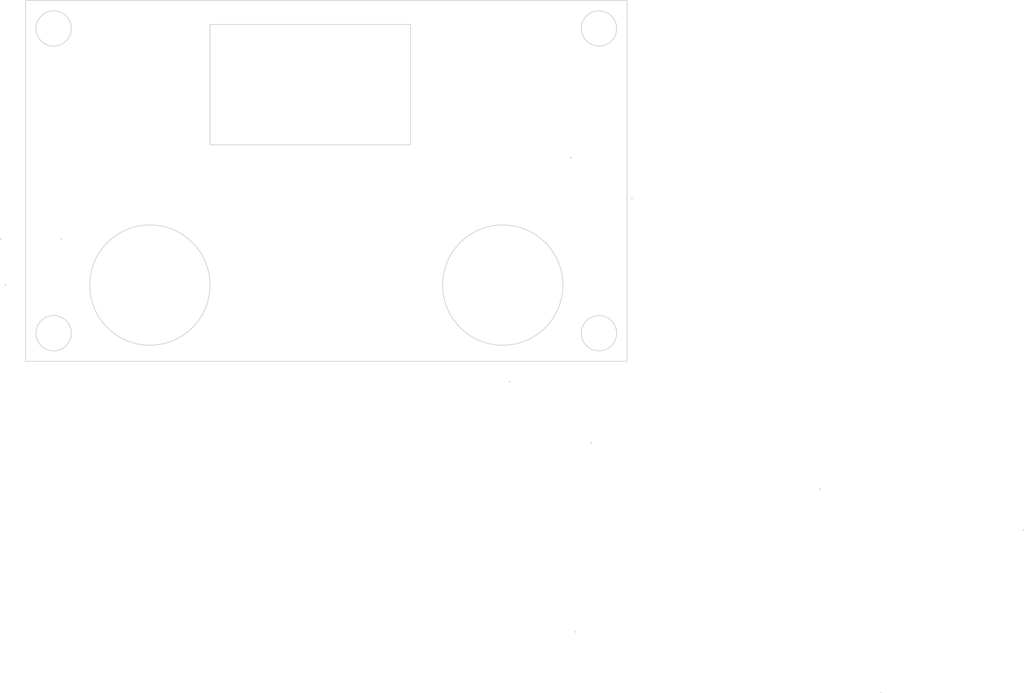
<source format=kicad_pcb>
(kicad_pcb (version 20221018) (generator pcbnew)

  (general
    (thickness 1.6)
  )

  (paper "A4")
  (layers
    (0 "F.Cu" signal)
    (31 "B.Cu" signal)
    (32 "B.Adhes" user "B.Adhesive")
    (33 "F.Adhes" user "F.Adhesive")
    (34 "B.Paste" user)
    (35 "F.Paste" user)
    (36 "B.SilkS" user "B.Silkscreen")
    (37 "F.SilkS" user "F.Silkscreen")
    (38 "B.Mask" user)
    (39 "F.Mask" user)
    (40 "Dwgs.User" user "User.Drawings")
    (41 "Cmts.User" user "User.Comments")
    (42 "Eco1.User" user "User.Eco1")
    (43 "Eco2.User" user "User.Eco2")
    (44 "Edge.Cuts" user)
    (45 "Margin" user)
    (46 "B.CrtYd" user "B.Courtyard")
    (47 "F.CrtYd" user "F.Courtyard")
    (48 "B.Fab" user)
    (49 "F.Fab" user)
    (50 "User.1" user)
    (51 "User.2" user)
    (52 "User.3" user)
    (53 "User.4" user)
    (54 "User.5" user)
    (55 "User.6" user)
    (56 "User.7" user)
    (57 "User.8" user)
    (58 "User.9" user)
  )

  (setup
    (pad_to_mask_clearance 0)
    (pcbplotparams
      (layerselection 0x00010fc_ffffffff)
      (plot_on_all_layers_selection 0x0000000_00000000)
      (disableapertmacros false)
      (usegerberextensions false)
      (usegerberattributes true)
      (usegerberadvancedattributes true)
      (creategerberjobfile true)
      (dashed_line_dash_ratio 12.000000)
      (dashed_line_gap_ratio 3.000000)
      (svgprecision 4)
      (plotframeref false)
      (viasonmask false)
      (mode 1)
      (useauxorigin false)
      (hpglpennumber 1)
      (hpglpenspeed 20)
      (hpglpendiameter 15.000000)
      (dxfpolygonmode true)
      (dxfimperialunits true)
      (dxfusepcbnewfont true)
      (psnegative false)
      (psa4output false)
      (plotreference true)
      (plotvalue true)
      (plotinvisibletext false)
      (sketchpadsonfab false)
      (subtractmaskfromsilk false)
      (outputformat 1)
      (mirror false)
      (drillshape 1)
      (scaleselection 1)
      (outputdirectory "")
    )
  )

  (net 0 "")

  (gr_circle (center 216.5 130.26) (end 216.5 130.26)
    (stroke (width 0.1) (type default)) (fill none) (layer "Edge.Cuts") (tstamp 028ec518-9f1b-42a8-b726-4e4ddf190baf))
  (gr_circle (center 95.54 105.72) (end 97.74 105.72)
    (stroke (width 0.1) (type default)) (fill none) (layer "Edge.Cuts") (tstamp 126240e3-e172-446a-964d-84f2c78afe7b))
  (gr_circle (center 88.9 93.98) (end 88.9 93.98)
    (stroke (width 0.1) (type default)) (fill none) (layer "Edge.Cuts") (tstamp 1d58eda3-9454-425c-83c3-8af5be9bc9e4))
  (gr_circle (center 162.56 119.38) (end 162.56 119.38)
    (stroke (width 0.1) (type default)) (fill none) (layer "Edge.Cuts") (tstamp 20eda330-f90a-477c-b4a1-59eb98a06fce))
  (gr_circle (center 152.4 111.76) (end 152.4 111.76)
    (stroke (width 0.1) (type default)) (fill none) (layer "Edge.Cuts") (tstamp 32a71350-720e-4804-8951-5aa070cedecf))
  (gr_rect (start 92.04 64.22) (end 167.04 109.22)
    (stroke (width 0.1) (type default)) (fill none) (layer "Edge.Cuts") (tstamp 4f80bfe1-3b41-42bb-ada4-12dca0f85de9))
  (gr_rect (start 115.04 67.22) (end 140.04 82.22)
    (stroke (width 0.1) (type default)) (fill none) (layer "Edge.Cuts") (tstamp 5526ba24-49ed-4551-a830-0c79edb77689))
  (gr_circle (center 107.54 99.72) (end 115.04 99.72)
    (stroke (width 0.1) (type default)) (fill none) (layer "Edge.Cuts") (tstamp 57821f8a-db6e-4bac-b156-2b2867ac153c))
  (gr_circle (center 96.52 93.98) (end 96.52 93.98)
    (stroke (width 0.1) (type default)) (fill none) (layer "Edge.Cuts") (tstamp 6600ac08-6dd5-471c-bb34-1533c043ffbd))
  (gr_circle (center 88.9 93.98) (end 88.9 93.98)
    (stroke (width 0.1) (type default)) (fill none) (layer "Edge.Cuts") (tstamp 7200bc23-3187-4884-a1c5-a93c9754b4da))
  (gr_circle (center 163.54 67.72) (end 165.74 67.72)
    (stroke (width 0.1) (type default)) (fill none) (layer "Edge.Cuts") (tstamp 736065f9-8012-4da3-a30d-e07c6fb6900b))
  (gr_circle (center 95.54 67.72) (end 97.74 67.72)
    (stroke (width 0.1) (type default)) (fill none) (layer "Edge.Cuts") (tstamp 83fc91e6-7c04-4e6e-9c7a-69e66b7b8127))
  (gr_circle (center 163.54 105.72) (end 165.74 105.72)
    (stroke (width 0.1) (type default)) (fill none) (layer "Edge.Cuts") (tstamp 854062b4-00f9-4cb6-bfa4-00dde2d6aee3))
  (gr_circle (center 198.72 150.58) (end 198.72 150.58)
    (stroke (width 0.1) (type default)) (fill none) (layer "Edge.Cuts") (tstamp 86034f51-442c-4842-8c93-3f903136150e))
  (gr_circle (center 151.54 99.72) (end 159.04 99.72)
    (stroke (width 0.1) (type default)) (fill none) (layer "Edge.Cuts") (tstamp 8890fa49-5b2e-40e6-a34f-b674b2409eb2))
  (gr_circle (center 160.02 83.82) (end 160.02 83.82)
    (stroke (width 0.1) (type default)) (fill none) (layer "Edge.Cuts") (tstamp b52ab670-ed2d-43d7-b577-787ec8355e37))
  (gr_circle (center 89.537974 99.697974) (end 89.537974 99.697974)
    (stroke (width 0.1) (type default)) (fill none) (layer "Edge.Cuts") (tstamp c8f90694-9827-4d20-9d3c-5afd825d5c12))
  (gr_circle (center 167.64 88.9) (end 167.64 88.9)
    (stroke (width 0.1) (type default)) (fill none) (layer "Edge.Cuts") (tstamp cd508757-dc25-4b41-b07d-d7df75593cdb))
  (gr_circle (center 160.62 142.96) (end 160.62 142.96)
    (stroke (width 0.1) (type default)) (fill none) (layer "Edge.Cuts") (tstamp f921801f-13f5-4e02-a8e6-62827a37b5a9))
  (gr_circle (center 191.1 125.18) (end 191.1 125.18)
    (stroke (width 0.1) (type default)) (fill none) (layer "Edge.Cuts") (tstamp fd69edcf-0433-4dc7-b0ce-be2973d345c5))

)

</source>
